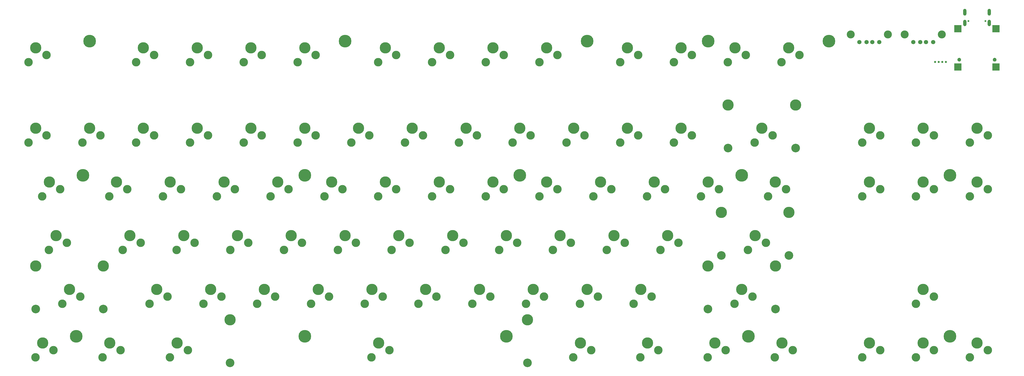
<source format=gbr>
G04 #@! TF.GenerationSoftware,KiCad,Pcbnew,(5.1.8)-1*
G04 #@! TF.CreationDate,2021-04-06T16:32:38+02:00*
G04 #@! TF.ProjectId,Keyboard_80_with_USB_HUB_V3,4b657962-6f61-4726-945f-3830255f7769,rev?*
G04 #@! TF.SameCoordinates,Original*
G04 #@! TF.FileFunction,Soldermask,Top*
G04 #@! TF.FilePolarity,Negative*
%FSLAX46Y46*%
G04 Gerber Fmt 4.6, Leading zero omitted, Abs format (unit mm)*
G04 Created by KiCad (PCBNEW (5.1.8)-1) date 2021-04-06 16:32:38*
%MOMM*%
%LPD*%
G01*
G04 APERTURE LIST*
%ADD10C,4.500000*%
%ADD11C,2.819400*%
%ADD12C,1.498600*%
%ADD13O,1.200000X2.400000*%
%ADD14O,1.158000X2.316000*%
%ADD15C,0.630000*%
%ADD16C,3.987800*%
%ADD17C,3.048000*%
%ADD18C,0.100000*%
%ADD19R,2.500000X2.500000*%
%ADD20C,3.000000*%
%ADD21C,0.750000*%
G04 APERTURE END LIST*
D10*
X19000000Y2375000D03*
X16625000Y-45125000D03*
X14250000Y-102125000D03*
X109250000Y2375000D03*
X95000000Y-45125000D03*
X95000000Y-102125000D03*
X194750000Y2375000D03*
X171000000Y-45125000D03*
X166250000Y-102125000D03*
X237500000Y2375000D03*
X249375000Y-45125000D03*
X251750000Y-102125000D03*
X280250000Y2375000D03*
X323000000Y-45125000D03*
X323000000Y-102125000D03*
D11*
X301070000Y4710000D03*
X287930000Y4710000D03*
D12*
X298000000Y2000000D03*
X295500000Y2000000D03*
X293500000Y2000000D03*
X291000000Y2000000D03*
D11*
X320070000Y4710000D03*
X306930000Y4710000D03*
D12*
X317000000Y2000000D03*
X314500000Y2000000D03*
X312500000Y2000000D03*
X310000000Y2000000D03*
D13*
X336820000Y12575000D03*
X328180000Y12575000D03*
D14*
X336820000Y8750000D03*
X328180000Y8750000D03*
D15*
X329500000Y9475000D03*
X335500000Y9475000D03*
D16*
X173665000Y-96245000D03*
D17*
X173665000Y-111485000D03*
X68585000Y-111485000D03*
D16*
X68585000Y-96245000D03*
X268438000Y-20245000D03*
D17*
X268438000Y-35485000D03*
X244562000Y-35485000D03*
D16*
X244562000Y-20245000D03*
X266063000Y-58245000D03*
D17*
X266063000Y-73485000D03*
X242187000Y-73485000D03*
D16*
X242187000Y-58245000D03*
X23813000Y-77245000D03*
D17*
X23813000Y-92485000D03*
X-63000Y-92485000D03*
D16*
X-63000Y-77245000D03*
X261313000Y-77245000D03*
D17*
X261313000Y-92485000D03*
X237437000Y-92485000D03*
D16*
X237437000Y-77245000D03*
D18*
G36*
X338845375Y-3557035D02*
G01*
X338907937Y-3569480D01*
X338968978Y-3587996D01*
X339027911Y-3612407D01*
X339084167Y-3642476D01*
X339137205Y-3677915D01*
X339186513Y-3718382D01*
X339231618Y-3763487D01*
X339272085Y-3812795D01*
X339307524Y-3865833D01*
X339337593Y-3922089D01*
X339362004Y-3981022D01*
X339380520Y-4042063D01*
X339392965Y-4104625D01*
X339399217Y-4168106D01*
X339399217Y-4231894D01*
X339392965Y-4295375D01*
X339380520Y-4357937D01*
X339362004Y-4418978D01*
X339337593Y-4477911D01*
X339307524Y-4534167D01*
X339272085Y-4587205D01*
X339231618Y-4636513D01*
X339186513Y-4681618D01*
X339137205Y-4722085D01*
X339084167Y-4757524D01*
X339027911Y-4787593D01*
X338968978Y-4812004D01*
X338907937Y-4830520D01*
X338845375Y-4842965D01*
X338781894Y-4849217D01*
X338718106Y-4849217D01*
X338654625Y-4842965D01*
X338592063Y-4830520D01*
X338531022Y-4812004D01*
X338472089Y-4787593D01*
X338415833Y-4757524D01*
X338362795Y-4722085D01*
X338313487Y-4681618D01*
X338268382Y-4636513D01*
X338227915Y-4587205D01*
X338192476Y-4534167D01*
X338162407Y-4477911D01*
X338137996Y-4418978D01*
X338119480Y-4357937D01*
X338107035Y-4295375D01*
X338100783Y-4231894D01*
X338100783Y-4168106D01*
X338107035Y-4104625D01*
X338119480Y-4042063D01*
X338137996Y-3981022D01*
X338162407Y-3922089D01*
X338192476Y-3865833D01*
X338227915Y-3812795D01*
X338268382Y-3763487D01*
X338313487Y-3718382D01*
X338362795Y-3677915D01*
X338415833Y-3642476D01*
X338472089Y-3612407D01*
X338531022Y-3587996D01*
X338592063Y-3569480D01*
X338654625Y-3557035D01*
X338718106Y-3550783D01*
X338781894Y-3550783D01*
X338845375Y-3557035D01*
G37*
G36*
X326345375Y-3557035D02*
G01*
X326407937Y-3569480D01*
X326468978Y-3587996D01*
X326527911Y-3612407D01*
X326584167Y-3642476D01*
X326637205Y-3677915D01*
X326686513Y-3718382D01*
X326731618Y-3763487D01*
X326772085Y-3812795D01*
X326807524Y-3865833D01*
X326837593Y-3922089D01*
X326862004Y-3981022D01*
X326880520Y-4042063D01*
X326892965Y-4104625D01*
X326899217Y-4168106D01*
X326899217Y-4231894D01*
X326892965Y-4295375D01*
X326880520Y-4357937D01*
X326862004Y-4418978D01*
X326837593Y-4477911D01*
X326807524Y-4534167D01*
X326772085Y-4587205D01*
X326731618Y-4636513D01*
X326686513Y-4681618D01*
X326637205Y-4722085D01*
X326584167Y-4757524D01*
X326527911Y-4787593D01*
X326468978Y-4812004D01*
X326407937Y-4830520D01*
X326345375Y-4842965D01*
X326281894Y-4849217D01*
X326218106Y-4849217D01*
X326154625Y-4842965D01*
X326092063Y-4830520D01*
X326031022Y-4812004D01*
X325972089Y-4787593D01*
X325915833Y-4757524D01*
X325862795Y-4722085D01*
X325813487Y-4681618D01*
X325768382Y-4636513D01*
X325727915Y-4587205D01*
X325692476Y-4534167D01*
X325662407Y-4477911D01*
X325637996Y-4418978D01*
X325619480Y-4357937D01*
X325607035Y-4295375D01*
X325600783Y-4231894D01*
X325600783Y-4168106D01*
X325607035Y-4104625D01*
X325619480Y-4042063D01*
X325637996Y-3981022D01*
X325662407Y-3922089D01*
X325692476Y-3865833D01*
X325727915Y-3812795D01*
X325768382Y-3763487D01*
X325813487Y-3718382D01*
X325862795Y-3677915D01*
X325915833Y-3642476D01*
X325972089Y-3612407D01*
X326031022Y-3587996D01*
X326092063Y-3569480D01*
X326154625Y-3557035D01*
X326218106Y-3550783D01*
X326281894Y-3550783D01*
X326345375Y-3557035D01*
G37*
D19*
X325750000Y6750000D03*
X325750000Y-6750000D03*
X339250000Y6750000D03*
X339250000Y-6750000D03*
D20*
X-2540000Y-5080000D03*
X3810000Y-2540000D03*
D16*
X0Y0D03*
D20*
X35460000Y-5080000D03*
X41810000Y-2540000D03*
D16*
X38000000Y0D03*
D20*
X54460000Y-5080000D03*
X60810000Y-2540000D03*
D16*
X57000000Y0D03*
D20*
X73460000Y-5080000D03*
X79810000Y-2540000D03*
D16*
X76000000Y0D03*
D20*
X92460000Y-5080000D03*
X98810000Y-2540000D03*
D16*
X95000000Y0D03*
D20*
X120960000Y-5080000D03*
X127310000Y-2540000D03*
D16*
X123500000Y0D03*
D20*
X139960000Y-5080000D03*
X146310000Y-2540000D03*
D16*
X142500000Y0D03*
D20*
X158960000Y-5080000D03*
X165310000Y-2540000D03*
D16*
X161500000Y0D03*
D20*
X177960000Y-5080000D03*
X184310000Y-2540000D03*
D16*
X180500000Y0D03*
D20*
X206460000Y-5080000D03*
X212810000Y-2540000D03*
D16*
X209000000Y0D03*
D20*
X225460000Y-5080000D03*
X231810000Y-2540000D03*
D16*
X228000000Y0D03*
D20*
X244460000Y-5080000D03*
X250810000Y-2540000D03*
D16*
X247000000Y0D03*
D20*
X263460000Y-5080000D03*
X269810000Y-2540000D03*
D16*
X266000000Y0D03*
D20*
X-2540000Y-33580000D03*
X3810000Y-31040000D03*
D16*
X0Y-28500000D03*
D20*
X16460000Y-33580000D03*
X22810000Y-31040000D03*
D16*
X19000000Y-28500000D03*
D20*
X35460000Y-33580000D03*
X41810000Y-31040000D03*
D16*
X38000000Y-28500000D03*
D20*
X54460000Y-33580000D03*
X60810000Y-31040000D03*
D16*
X57000000Y-28500000D03*
D20*
X73460000Y-33580000D03*
X79810000Y-31040000D03*
D16*
X76000000Y-28500000D03*
D20*
X92460000Y-33580000D03*
X98810000Y-31040000D03*
D16*
X95000000Y-28500000D03*
D20*
X111460000Y-33580000D03*
X117810000Y-31040000D03*
D16*
X114000000Y-28500000D03*
D20*
X130460000Y-33580000D03*
X136810000Y-31040000D03*
D16*
X133000000Y-28500000D03*
D20*
X149460000Y-33580000D03*
X155810000Y-31040000D03*
D16*
X152000000Y-28500000D03*
D20*
X168460000Y-33580000D03*
X174810000Y-31040000D03*
D16*
X171000000Y-28500000D03*
D20*
X187460000Y-33580000D03*
X193810000Y-31040000D03*
D16*
X190000000Y-28500000D03*
D20*
X206460000Y-33580000D03*
X212810000Y-31040000D03*
D16*
X209000000Y-28500000D03*
D20*
X225460000Y-33580000D03*
X231810000Y-31040000D03*
D16*
X228000000Y-28500000D03*
D20*
X291960000Y-33580000D03*
X298310000Y-31040000D03*
D16*
X294500000Y-28500000D03*
D20*
X310960000Y-33580000D03*
X317310000Y-31040000D03*
D16*
X313500000Y-28500000D03*
D20*
X329960000Y-33580000D03*
X336310000Y-31040000D03*
D16*
X332500000Y-28500000D03*
D20*
X25960000Y-52580000D03*
X32310000Y-50040000D03*
D16*
X28500000Y-47500000D03*
D20*
X44960000Y-52580000D03*
X51310000Y-50040000D03*
D16*
X47500000Y-47500000D03*
D20*
X63960000Y-52580000D03*
X70310000Y-50040000D03*
D16*
X66500000Y-47500000D03*
D20*
X82960000Y-52580000D03*
X89310000Y-50040000D03*
D16*
X85500000Y-47500000D03*
D20*
X101960000Y-52580000D03*
X108310000Y-50040000D03*
D16*
X104500000Y-47500000D03*
D20*
X120960000Y-52580000D03*
X127310000Y-50040000D03*
D16*
X123500000Y-47500000D03*
D20*
X139960000Y-52580000D03*
X146310000Y-50040000D03*
D16*
X142500000Y-47500000D03*
D20*
X158960000Y-52580000D03*
X165310000Y-50040000D03*
D16*
X161500000Y-47500000D03*
D20*
X177960000Y-52580000D03*
X184310000Y-50040000D03*
D16*
X180500000Y-47500000D03*
D20*
X196960000Y-52580000D03*
X203310000Y-50040000D03*
D16*
X199500000Y-47500000D03*
D20*
X215960000Y-52580000D03*
X222310000Y-50040000D03*
D16*
X218500000Y-47500000D03*
D20*
X291960000Y-52580000D03*
X298310000Y-50040000D03*
D16*
X294500000Y-47500000D03*
D20*
X310960000Y-52580000D03*
X317310000Y-50040000D03*
D16*
X313500000Y-47500000D03*
D20*
X329960000Y-52580000D03*
X336310000Y-50040000D03*
D16*
X332500000Y-47500000D03*
D20*
X30710000Y-71580000D03*
X37060000Y-69040000D03*
D16*
X33250000Y-66500000D03*
D20*
X49710000Y-71580000D03*
X56060000Y-69040000D03*
D16*
X52250000Y-66500000D03*
D20*
X68710000Y-71580000D03*
X75060000Y-69040000D03*
D16*
X71250000Y-66500000D03*
D20*
X87710000Y-71580000D03*
X94060000Y-69040000D03*
D16*
X90250000Y-66500000D03*
D20*
X106710000Y-71580000D03*
X113060000Y-69040000D03*
D16*
X109250000Y-66500000D03*
D20*
X125710000Y-71580000D03*
X132060000Y-69040000D03*
D16*
X128250000Y-66500000D03*
D20*
X144710000Y-71580000D03*
X151060000Y-69040000D03*
D16*
X147250000Y-66500000D03*
D20*
X163710000Y-71580000D03*
X170060000Y-69040000D03*
D16*
X166250000Y-66500000D03*
D20*
X182710000Y-71580000D03*
X189060000Y-69040000D03*
D16*
X185250000Y-66500000D03*
D20*
X201710000Y-71580000D03*
X208060000Y-69040000D03*
D16*
X204250000Y-66500000D03*
D20*
X220710000Y-71580000D03*
X227060000Y-69040000D03*
D16*
X223250000Y-66500000D03*
D20*
X40210000Y-90580000D03*
X46560000Y-88040000D03*
D16*
X42750000Y-85500000D03*
D20*
X59210000Y-90580000D03*
X65560000Y-88040000D03*
D16*
X61750000Y-85500000D03*
D20*
X78210000Y-90580000D03*
X84560000Y-88040000D03*
D16*
X80750000Y-85500000D03*
D20*
X97210000Y-90580000D03*
X103560000Y-88040000D03*
D16*
X99750000Y-85500000D03*
D20*
X116210000Y-90580000D03*
X122560000Y-88040000D03*
D16*
X118750000Y-85500000D03*
D20*
X135210000Y-90580000D03*
X141560000Y-88040000D03*
D16*
X137750000Y-85500000D03*
D20*
X154210000Y-90580000D03*
X160560000Y-88040000D03*
D16*
X156750000Y-85500000D03*
D20*
X173210000Y-90580000D03*
X179560000Y-88040000D03*
D16*
X175750000Y-85500000D03*
D20*
X192210000Y-90580000D03*
X198560000Y-88040000D03*
D16*
X194750000Y-85500000D03*
D20*
X211210000Y-90580000D03*
X217560000Y-88040000D03*
D16*
X213750000Y-85500000D03*
D20*
X310960000Y-90580000D03*
X317310000Y-88040000D03*
D16*
X313500000Y-85500000D03*
D20*
X291960000Y-109580000D03*
X298310000Y-107040000D03*
D16*
X294500000Y-104500000D03*
D20*
X310960000Y-109580000D03*
X317310000Y-107040000D03*
D16*
X313500000Y-104500000D03*
D20*
X329960000Y-109580000D03*
X336310000Y-107040000D03*
D16*
X332500000Y-104500000D03*
D20*
X253960000Y-33580000D03*
X260310000Y-31040000D03*
D16*
X256500000Y-28500000D03*
D20*
X234960000Y-52580000D03*
X241310000Y-50040000D03*
D16*
X237500000Y-47500000D03*
D20*
X2210000Y-52580000D03*
X8560000Y-50040000D03*
D16*
X4750000Y-47500000D03*
D20*
X4585000Y-71580000D03*
X10935000Y-69040000D03*
D16*
X7125000Y-66500000D03*
D20*
X251585000Y-71580000D03*
X257935000Y-69040000D03*
D16*
X254125000Y-66500000D03*
D20*
X9335000Y-90580000D03*
X15685000Y-88040000D03*
D16*
X11875000Y-85500000D03*
D20*
X246835000Y-90580000D03*
X253185000Y-88040000D03*
D16*
X249375000Y-85500000D03*
D20*
X-165000Y-109580000D03*
X6185000Y-107040000D03*
D16*
X2375000Y-104500000D03*
D20*
X23585000Y-109580000D03*
X29935000Y-107040000D03*
D16*
X26125000Y-104500000D03*
D20*
X47335000Y-109580000D03*
X53685000Y-107040000D03*
D16*
X49875000Y-104500000D03*
D20*
X118585000Y-109580000D03*
X124935000Y-107040000D03*
D16*
X121125000Y-104500000D03*
D20*
X189835000Y-109580000D03*
X196185000Y-107040000D03*
D16*
X192375000Y-104500000D03*
D20*
X213585000Y-109580000D03*
X219935000Y-107040000D03*
D16*
X216125000Y-104500000D03*
D20*
X237335000Y-109580000D03*
X243685000Y-107040000D03*
D16*
X239875000Y-104500000D03*
D20*
X261085000Y-109580000D03*
X267435000Y-107040000D03*
D16*
X263625000Y-104500000D03*
D20*
X258710000Y-52580000D03*
X265060000Y-50040000D03*
D16*
X261250000Y-47500000D03*
D21*
X319000000Y-5000000D03*
X317750000Y-5000000D03*
X320250000Y-5000000D03*
X321500000Y-5000000D03*
M02*

</source>
